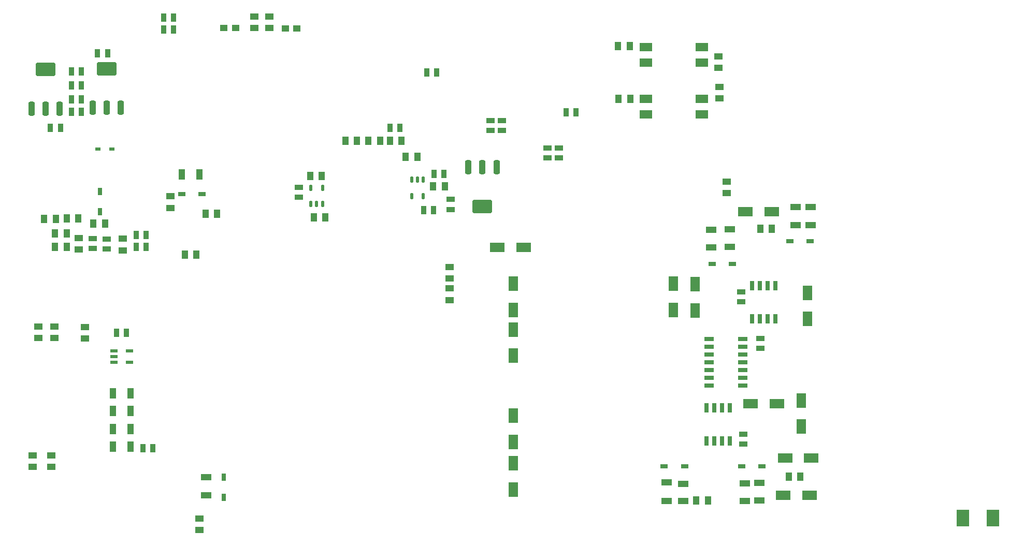
<source format=gtp>
G04*
G04 #@! TF.GenerationSoftware,Altium Limited,Altium Designer,22.11.1 (43)*
G04*
G04 Layer_Color=8421504*
%FSLAX44Y44*%
%MOMM*%
G71*
G04*
G04 #@! TF.SameCoordinates,BEA400A9-7B0A-4234-B2B5-4D1F4660E836*
G04*
G04*
G04 #@! TF.FilePolarity,Positive*
G04*
G01*
G75*
%ADD14R,1.2000X0.6000*%
%ADD15R,1.0000X1.4500*%
G04:AMPARAMS|DCode=16|XSize=2.15mm|YSize=3.25mm|CornerRadius=0.2688mm|HoleSize=0mm|Usage=FLASHONLY|Rotation=90.000|XOffset=0mm|YOffset=0mm|HoleType=Round|Shape=RoundedRectangle|*
%AMROUNDEDRECTD16*
21,1,2.1500,2.7125,0,0,90.0*
21,1,1.6125,3.2500,0,0,90.0*
1,1,0.5375,1.3563,0.8063*
1,1,0.5375,1.3563,-0.8063*
1,1,0.5375,-1.3563,-0.8063*
1,1,0.5375,-1.3563,0.8063*
%
%ADD16ROUNDEDRECTD16*%
G04:AMPARAMS|DCode=17|XSize=2.3mm|YSize=1mm|CornerRadius=0.25mm|HoleSize=0mm|Usage=FLASHONLY|Rotation=90.000|XOffset=0mm|YOffset=0mm|HoleType=Round|Shape=RoundedRectangle|*
%AMROUNDEDRECTD17*
21,1,2.3000,0.5000,0,0,90.0*
21,1,1.8000,1.0000,0,0,90.0*
1,1,0.5000,0.2500,0.9000*
1,1,0.5000,0.2500,-0.9000*
1,1,0.5000,-0.2500,-0.9000*
1,1,0.5000,-0.2500,0.9000*
%
%ADD17ROUNDEDRECTD17*%
%ADD18R,0.9600X1.3900*%
%ADD19R,2.1500X2.8000*%
%ADD20R,2.3500X1.6000*%
%ADD21R,1.7500X1.0500*%
%ADD22R,1.2500X0.7500*%
%ADD23R,1.6000X2.3500*%
%ADD24R,1.3900X0.9600*%
%ADD25R,0.6500X1.5250*%
%ADD26R,1.5500X0.7000*%
%ADD27R,1.4500X1.0000*%
%ADD28R,2.1000X1.4500*%
G04:AMPARAMS|DCode=29|XSize=0.55mm|YSize=1mm|CornerRadius=0.1375mm|HoleSize=0mm|Usage=FLASHONLY|Rotation=0.000|XOffset=0mm|YOffset=0mm|HoleType=Round|Shape=RoundedRectangle|*
%AMROUNDEDRECTD29*
21,1,0.5500,0.7250,0,0,0.0*
21,1,0.2750,1.0000,0,0,0.0*
1,1,0.2750,0.1375,-0.3625*
1,1,0.2750,-0.1375,-0.3625*
1,1,0.2750,-0.1375,0.3625*
1,1,0.2750,0.1375,0.3625*
%
%ADD29ROUNDEDRECTD29*%
G04:AMPARAMS|DCode=30|XSize=0.45mm|YSize=0.85mm|CornerRadius=0.0338mm|HoleSize=0mm|Usage=FLASHONLY|Rotation=90.000|XOffset=0mm|YOffset=0mm|HoleType=Round|Shape=RoundedRectangle|*
%AMROUNDEDRECTD30*
21,1,0.4500,0.7825,0,0,90.0*
21,1,0.3825,0.8500,0,0,90.0*
1,1,0.0675,0.3912,0.1913*
1,1,0.0675,0.3912,-0.1913*
1,1,0.0675,-0.3912,-0.1913*
1,1,0.0675,-0.3912,0.1913*
%
%ADD30ROUNDEDRECTD30*%
%ADD31R,1.2500X1.1000*%
%ADD32R,1.0500X1.7500*%
%ADD33R,0.7500X1.2500*%
D14*
X178000Y310490D02*
D03*
Y300990D02*
D03*
Y291490D02*
D03*
X203000D02*
D03*
Y310490D02*
D03*
D15*
X1234011Y510011D02*
D03*
X1253011D02*
D03*
X1299500Y105000D02*
D03*
X1280500D02*
D03*
X1129000Y66000D02*
D03*
X1148500D02*
D03*
X1020500Y809000D02*
D03*
X1001500D02*
D03*
X1021500Y723000D02*
D03*
X1002500D02*
D03*
X575032Y654000D02*
D03*
X556032D02*
D03*
X498500Y597000D02*
D03*
X517500D02*
D03*
X523500Y529000D02*
D03*
X504500D02*
D03*
X654500Y628000D02*
D03*
X673500D02*
D03*
X612500Y654000D02*
D03*
X593500D02*
D03*
X628500D02*
D03*
X647500D02*
D03*
X718500Y580000D02*
D03*
X699500D02*
D03*
X293500Y468000D02*
D03*
X312500D02*
D03*
X327500Y535000D02*
D03*
X346500D02*
D03*
X100500Y503000D02*
D03*
X81500D02*
D03*
X143840Y518560D02*
D03*
X162840D02*
D03*
X100500Y481000D02*
D03*
X81500D02*
D03*
X119500Y527000D02*
D03*
X100500D02*
D03*
X82500Y526000D02*
D03*
X63500D02*
D03*
D16*
X166000Y772000D02*
D03*
X66000Y771000D02*
D03*
X780000Y547000D02*
D03*
D17*
X143000Y708000D02*
D03*
X189000D02*
D03*
X166000D02*
D03*
X43000Y707000D02*
D03*
X89000D02*
D03*
X66000D02*
D03*
X803000Y611000D02*
D03*
X757000D02*
D03*
X780000D02*
D03*
D18*
X150900Y797000D02*
D03*
X167100D02*
D03*
X124100Y768000D02*
D03*
X107900D02*
D03*
X124100Y745000D02*
D03*
X107900D02*
D03*
X124100Y722000D02*
D03*
X107900D02*
D03*
X124100Y702000D02*
D03*
X107900D02*
D03*
X933100Y701000D02*
D03*
X916900D02*
D03*
X645100Y675000D02*
D03*
X628900D02*
D03*
X717100Y600000D02*
D03*
X700900D02*
D03*
X700100Y541000D02*
D03*
X683900D02*
D03*
X258900Y836000D02*
D03*
X275100D02*
D03*
X214280Y480730D02*
D03*
X230480D02*
D03*
X214280Y499780D02*
D03*
X230480D02*
D03*
X181900Y340000D02*
D03*
X198100D02*
D03*
X224900Y151000D02*
D03*
X241100D02*
D03*
X90100Y675000D02*
D03*
X73900D02*
D03*
X258900Y856000D02*
D03*
X275100D02*
D03*
X688900Y766000D02*
D03*
X705100D02*
D03*
D19*
X1565450Y37000D02*
D03*
X1614550D02*
D03*
D20*
X1314500Y74000D02*
D03*
X1271500D02*
D03*
X1218500Y224000D02*
D03*
X1261500D02*
D03*
X1317500Y135000D02*
D03*
X1274500D02*
D03*
X1209500Y538000D02*
D03*
X1252500D02*
D03*
X804500Y480000D02*
D03*
X847500D02*
D03*
D21*
X1233000Y65500D02*
D03*
Y94500D02*
D03*
X1292000Y545500D02*
D03*
Y516500D02*
D03*
X1316000Y545500D02*
D03*
Y516500D02*
D03*
X1108000Y65000D02*
D03*
Y93000D02*
D03*
X1081000Y65000D02*
D03*
Y95000D02*
D03*
X1208750Y94000D02*
D03*
Y65000D02*
D03*
X1184000Y509500D02*
D03*
Y480500D02*
D03*
X1154000Y479500D02*
D03*
Y508500D02*
D03*
X328000Y74500D02*
D03*
Y103500D02*
D03*
D22*
X1203500Y122000D02*
D03*
X1236500D02*
D03*
X1315500Y490000D02*
D03*
X1282500D02*
D03*
X1111000Y122000D02*
D03*
X1077000D02*
D03*
X1155500Y453000D02*
D03*
X1188500D02*
D03*
X288500Y567000D02*
D03*
X321500D02*
D03*
D23*
X1301000Y229500D02*
D03*
Y186500D02*
D03*
X1311000Y362500D02*
D03*
Y405500D02*
D03*
X1128000Y419500D02*
D03*
Y376500D02*
D03*
X1092000Y420500D02*
D03*
Y377500D02*
D03*
X830000Y204500D02*
D03*
Y161500D02*
D03*
Y126500D02*
D03*
Y83500D02*
D03*
Y345500D02*
D03*
Y302500D02*
D03*
Y420500D02*
D03*
Y377500D02*
D03*
D24*
X1234000Y331100D02*
D03*
Y314900D02*
D03*
X1206000Y157900D02*
D03*
Y174100D02*
D03*
X1203000Y390900D02*
D03*
Y407100D02*
D03*
X480000Y561900D02*
D03*
Y578100D02*
D03*
X166040Y493640D02*
D03*
Y477440D02*
D03*
X143000Y494100D02*
D03*
Y477900D02*
D03*
X728000Y541900D02*
D03*
Y558100D02*
D03*
X886000Y625900D02*
D03*
Y642100D02*
D03*
X812000Y687100D02*
D03*
Y670900D02*
D03*
X905042Y626103D02*
D03*
Y642303D02*
D03*
X793000Y687100D02*
D03*
Y670900D02*
D03*
D25*
X1220950Y362880D02*
D03*
X1233650D02*
D03*
X1246350D02*
D03*
X1259050D02*
D03*
Y417120D02*
D03*
X1246350D02*
D03*
X1233650D02*
D03*
X1220950D02*
D03*
X1184050Y217120D02*
D03*
X1171350D02*
D03*
X1158650D02*
D03*
X1145950D02*
D03*
Y162880D02*
D03*
X1158650D02*
D03*
X1171325Y162939D02*
D03*
X1184050Y162880D02*
D03*
D26*
X1150750Y330100D02*
D03*
Y317400D02*
D03*
Y304700D02*
D03*
Y292000D02*
D03*
Y279300D02*
D03*
Y266600D02*
D03*
Y253900D02*
D03*
X1205250D02*
D03*
Y266600D02*
D03*
Y279300D02*
D03*
Y292000D02*
D03*
Y304700D02*
D03*
Y317400D02*
D03*
Y330100D02*
D03*
D27*
X1179000Y587500D02*
D03*
Y568500D02*
D03*
X726000Y429000D02*
D03*
Y448000D02*
D03*
X1166000Y792500D02*
D03*
Y773500D02*
D03*
X1167000Y742500D02*
D03*
Y723500D02*
D03*
X726000Y412500D02*
D03*
Y393500D02*
D03*
X130000Y349500D02*
D03*
Y330500D02*
D03*
X80000Y350500D02*
D03*
Y331500D02*
D03*
X54000D02*
D03*
Y350500D02*
D03*
X120320Y495040D02*
D03*
Y476040D02*
D03*
X191900Y475040D02*
D03*
Y494040D02*
D03*
X317000Y17500D02*
D03*
Y36500D02*
D03*
X270000Y563500D02*
D03*
Y544500D02*
D03*
X407000Y838500D02*
D03*
Y857500D02*
D03*
X432000Y838500D02*
D03*
Y857500D02*
D03*
X45000Y120500D02*
D03*
Y139500D02*
D03*
X75000D02*
D03*
Y120500D02*
D03*
D28*
X1047500Y807700D02*
D03*
Y782300D02*
D03*
X1138500D02*
D03*
Y807700D02*
D03*
X1047500Y722700D02*
D03*
Y697300D02*
D03*
X1138500D02*
D03*
Y722700D02*
D03*
D29*
X499500Y577500D02*
D03*
X518500D02*
D03*
Y550500D02*
D03*
X509000D02*
D03*
X499500D02*
D03*
X683401Y590901D02*
D03*
X673901D02*
D03*
X664401D02*
D03*
Y563901D02*
D03*
X683401D02*
D03*
D30*
X151750Y641000D02*
D03*
X174250D02*
D03*
D31*
X357500Y839000D02*
D03*
X376500D02*
D03*
X457500Y838000D02*
D03*
X476500D02*
D03*
D32*
X288500Y599000D02*
D03*
X317500D02*
D03*
X205000Y153670D02*
D03*
X176000D02*
D03*
X205000Y182880D02*
D03*
X176000D02*
D03*
X205000Y212090D02*
D03*
X176000D02*
D03*
X205000Y241300D02*
D03*
X176000D02*
D03*
D33*
X155000Y538500D02*
D03*
Y571500D02*
D03*
X357000Y70500D02*
D03*
Y103500D02*
D03*
M02*

</source>
